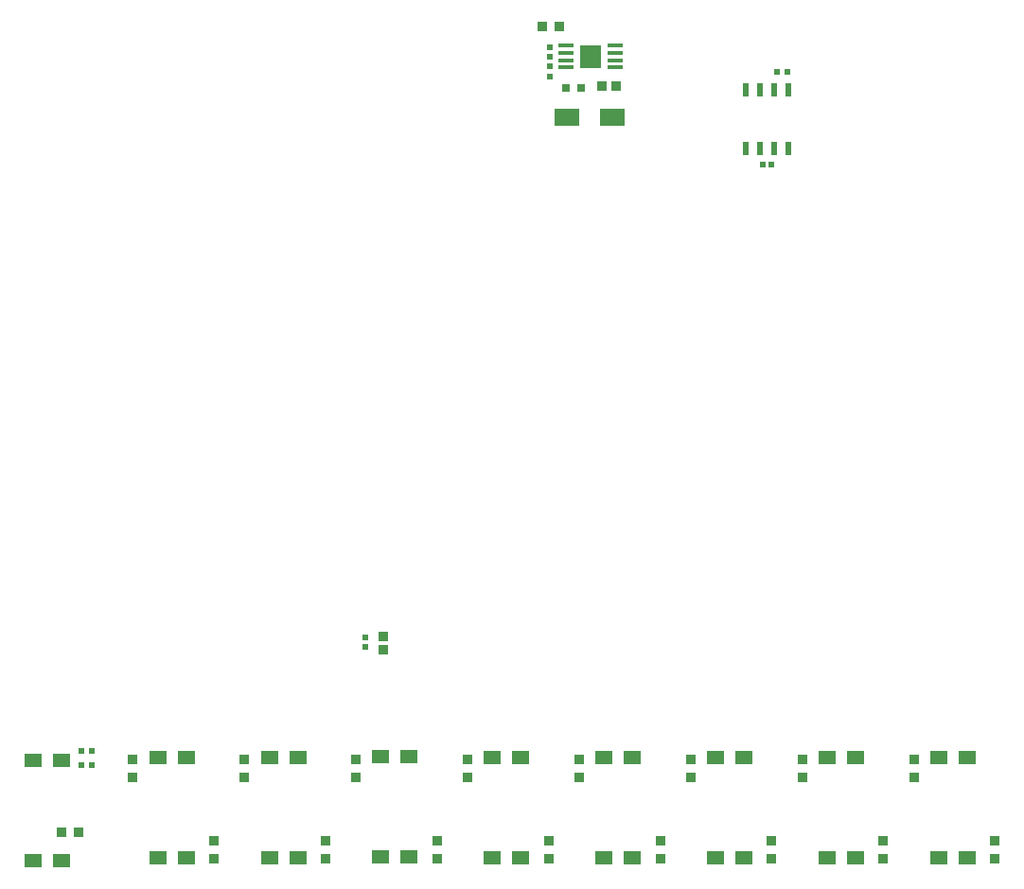
<source format=gbr>
%TF.GenerationSoftware,Altium Limited,Altium Designer,23.2.1 (34)*%
G04 Layer_Color=128*
%FSLAX45Y45*%
%MOMM*%
%TF.SameCoordinates,1902C08B-136C-4458-83E6-530DFDDA9E5F*%
%TF.FilePolarity,Positive*%
%TF.FileFunction,Paste,Bot*%
%TF.Part,Single*%
G01*
G75*
%TA.AperFunction,SMDPad,CuDef*%
%ADD10R,0.85872X0.91213*%
%ADD11R,0.52000X0.52000*%
%ADD13R,0.55000X0.55000*%
%ADD14R,0.91213X0.85872*%
%ADD16R,0.55000X0.55000*%
%ADD43R,0.80650X0.86822*%
%ADD44R,0.86822X0.80650*%
%ADD45R,0.52000X0.52000*%
%ADD75R,1.50000X1.30000*%
%ADD76R,1.84600X2.15000*%
%ADD77R,1.40000X0.45000*%
%ADD78R,2.20000X1.55000*%
%ADD79R,0.70000X0.65000*%
G04:AMPARAMS|DCode=80|XSize=0.55mm|YSize=1.25mm|CornerRadius=0.0495mm|HoleSize=0mm|Usage=FLASHONLY|Rotation=0.000|XOffset=0mm|YOffset=0mm|HoleType=Round|Shape=RoundedRectangle|*
%AMROUNDEDRECTD80*
21,1,0.55000,1.15100,0,0,0.0*
21,1,0.45100,1.25000,0,0,0.0*
1,1,0.09900,0.22550,-0.57550*
1,1,0.09900,-0.22550,-0.57550*
1,1,0.09900,-0.22550,0.57550*
1,1,0.09900,0.22550,0.57550*
%
%ADD80ROUNDEDRECTD80*%
D10*
X12172329Y3575000D02*
D03*
X12327671D02*
D03*
X16475510Y10792460D02*
D03*
X16630852D02*
D03*
D11*
X14889999Y5320000D02*
D03*
Y5240000D02*
D03*
D13*
X16543021Y10433600D02*
D03*
Y10343600D02*
D03*
X16545560Y10608860D02*
D03*
Y10518860D02*
D03*
D14*
X16805524Y4072329D02*
D03*
Y4227671D02*
D03*
X19800000D02*
D03*
Y4072329D02*
D03*
X18801842Y4227671D02*
D03*
Y4072329D02*
D03*
X17803682Y4227671D02*
D03*
Y4072329D02*
D03*
X15807364Y4227671D02*
D03*
Y4072329D02*
D03*
X14809206Y4227671D02*
D03*
Y4072329D02*
D03*
X13811046Y4227670D02*
D03*
Y4072329D02*
D03*
X12812888Y4227671D02*
D03*
Y4072329D02*
D03*
X20525000Y3500000D02*
D03*
Y3344659D02*
D03*
X19526842Y3500000D02*
D03*
Y3344659D02*
D03*
X18528682Y3500000D02*
D03*
Y3344659D02*
D03*
X17530524Y3500000D02*
D03*
Y3344659D02*
D03*
X16532364Y3500000D02*
D03*
Y3344659D02*
D03*
X15534206Y3500000D02*
D03*
Y3344659D02*
D03*
X14536046Y3500000D02*
D03*
Y3344659D02*
D03*
X13537888Y3500000D02*
D03*
Y3344659D02*
D03*
D16*
X12355010Y4179999D02*
D03*
X12445010D02*
D03*
X12355010Y4304999D02*
D03*
X12445010D02*
D03*
X18578281Y10388600D02*
D03*
X18668280D02*
D03*
D43*
X17132300Y10253980D02*
D03*
X17007129D02*
D03*
D44*
X15050301Y5207914D02*
D03*
Y5333086D02*
D03*
D45*
X18526120Y9555480D02*
D03*
X18446120D02*
D03*
D75*
X20277000Y3350000D02*
D03*
X20023000D02*
D03*
Y4250000D02*
D03*
X20277000D02*
D03*
X19278841Y3350000D02*
D03*
X19024840D02*
D03*
Y4250000D02*
D03*
X19278841D02*
D03*
X18280681Y3350000D02*
D03*
X18026682D02*
D03*
Y4250000D02*
D03*
X18280681D02*
D03*
X17282523Y3350000D02*
D03*
X17028522D02*
D03*
Y4250000D02*
D03*
X17282523D02*
D03*
X16284363Y3350000D02*
D03*
X16030363D02*
D03*
Y4250000D02*
D03*
X16284363D02*
D03*
X15286205Y3354052D02*
D03*
X15032204D02*
D03*
Y4254052D02*
D03*
X15286205D02*
D03*
X14288045Y3350000D02*
D03*
X14034045D02*
D03*
Y4250000D02*
D03*
X14288045D02*
D03*
X13289886Y3350000D02*
D03*
X13035886D02*
D03*
Y4250000D02*
D03*
X13289886D02*
D03*
X11917680Y4224440D02*
D03*
X12171680D02*
D03*
Y3324440D02*
D03*
X11917680D02*
D03*
D76*
X16906239Y10523220D02*
D03*
D77*
X17126241Y10425720D02*
D03*
Y10490720D02*
D03*
Y10555720D02*
D03*
Y10620720D02*
D03*
X16686240D02*
D03*
Y10555720D02*
D03*
Y10490720D02*
D03*
Y10425720D02*
D03*
D78*
X17101820Y9982200D02*
D03*
X16691820D02*
D03*
D79*
X16691380Y10241280D02*
D03*
X16821381D02*
D03*
D80*
X18679160Y9699380D02*
D03*
X18552161D02*
D03*
X18425160D02*
D03*
X18298160D02*
D03*
X18679160Y10224380D02*
D03*
X18552161D02*
D03*
X18425160D02*
D03*
X18298160D02*
D03*
%TF.MD5,b54c772ea5c8838e81b7805447a63316*%
M02*

</source>
